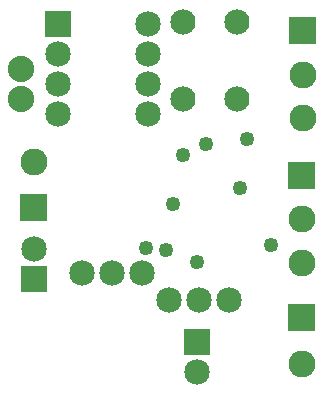
<source format=gbs>
G04 MADE WITH FRITZING*
G04 WWW.FRITZING.ORG*
G04 DOUBLE SIDED*
G04 HOLES PLATED*
G04 CONTOUR ON CENTER OF CONTOUR VECTOR*
%ASAXBY*%
%FSLAX23Y23*%
%MOIN*%
%OFA0B0*%
%SFA1.0B1.0*%
%ADD10C,0.049370*%
%ADD11C,0.085000*%
%ADD12C,0.084000*%
%ADD13C,0.090000*%
%ADD14C,0.088000*%
%ADD15R,0.085000X0.085000*%
%ADD16R,0.001000X0.001000*%
%LNMASK0*%
G90*
G70*
G54D10*
X544Y521D03*
X608Y514D03*
X961Y530D03*
X880Y883D03*
X712Y472D03*
X665Y829D03*
X632Y667D03*
X743Y866D03*
G54D11*
X250Y1268D03*
X550Y1268D03*
X250Y1168D03*
X550Y1168D03*
X250Y1068D03*
X550Y1068D03*
X250Y968D03*
X550Y968D03*
X531Y437D03*
X431Y437D03*
X331Y437D03*
X819Y348D03*
X719Y348D03*
X619Y348D03*
G54D12*
X845Y1273D03*
X845Y1017D03*
X667Y1273D03*
X667Y1017D03*
G54D13*
X1066Y1243D03*
X1066Y1098D03*
X1066Y953D03*
X1062Y761D03*
X1062Y616D03*
X1062Y471D03*
G54D11*
X714Y207D03*
X714Y107D03*
X168Y418D03*
X168Y518D03*
G54D13*
X170Y654D03*
X170Y805D03*
X1062Y286D03*
X1062Y134D03*
G54D14*
X126Y1015D03*
X126Y1115D03*
G54D10*
X856Y720D03*
G54D15*
X250Y1268D03*
X714Y207D03*
X168Y418D03*
G54D16*
X1020Y1288D02*
X1109Y1288D01*
X1020Y1287D02*
X1109Y1287D01*
X1020Y1286D02*
X1109Y1286D01*
X1020Y1285D02*
X1109Y1285D01*
X1020Y1284D02*
X1109Y1284D01*
X1020Y1283D02*
X1109Y1283D01*
X1020Y1282D02*
X1109Y1282D01*
X1020Y1281D02*
X1109Y1281D01*
X1020Y1280D02*
X1109Y1280D01*
X1020Y1279D02*
X1109Y1279D01*
X1020Y1278D02*
X1109Y1278D01*
X1020Y1277D02*
X1109Y1277D01*
X1020Y1276D02*
X1109Y1276D01*
X1020Y1275D02*
X1109Y1275D01*
X1020Y1274D02*
X1109Y1274D01*
X1020Y1273D02*
X1109Y1273D01*
X1020Y1272D02*
X1109Y1272D01*
X1020Y1271D02*
X1109Y1271D01*
X1020Y1270D02*
X1109Y1270D01*
X1020Y1269D02*
X1109Y1269D01*
X1020Y1268D02*
X1109Y1268D01*
X1020Y1267D02*
X1109Y1267D01*
X1020Y1266D02*
X1109Y1266D01*
X1020Y1265D02*
X1109Y1265D01*
X1020Y1264D02*
X1109Y1264D01*
X1020Y1263D02*
X1109Y1263D01*
X1020Y1262D02*
X1060Y1262D01*
X1069Y1262D02*
X1109Y1262D01*
X1020Y1261D02*
X1057Y1261D01*
X1073Y1261D02*
X1109Y1261D01*
X1020Y1260D02*
X1055Y1260D01*
X1075Y1260D02*
X1109Y1260D01*
X1020Y1259D02*
X1053Y1259D01*
X1076Y1259D02*
X1109Y1259D01*
X1020Y1258D02*
X1052Y1258D01*
X1077Y1258D02*
X1109Y1258D01*
X1020Y1257D02*
X1051Y1257D01*
X1078Y1257D02*
X1109Y1257D01*
X1020Y1256D02*
X1050Y1256D01*
X1079Y1256D02*
X1109Y1256D01*
X1020Y1255D02*
X1049Y1255D01*
X1080Y1255D02*
X1109Y1255D01*
X1020Y1254D02*
X1049Y1254D01*
X1081Y1254D02*
X1109Y1254D01*
X1020Y1253D02*
X1048Y1253D01*
X1081Y1253D02*
X1109Y1253D01*
X1020Y1252D02*
X1047Y1252D01*
X1082Y1252D02*
X1109Y1252D01*
X1020Y1251D02*
X1047Y1251D01*
X1082Y1251D02*
X1109Y1251D01*
X1020Y1250D02*
X1047Y1250D01*
X1083Y1250D02*
X1109Y1250D01*
X1020Y1249D02*
X1046Y1249D01*
X1083Y1249D02*
X1109Y1249D01*
X1020Y1248D02*
X1046Y1248D01*
X1083Y1248D02*
X1109Y1248D01*
X1020Y1247D02*
X1046Y1247D01*
X1084Y1247D02*
X1109Y1247D01*
X1020Y1246D02*
X1046Y1246D01*
X1084Y1246D02*
X1109Y1246D01*
X1020Y1245D02*
X1045Y1245D01*
X1084Y1245D02*
X1109Y1245D01*
X1020Y1244D02*
X1045Y1244D01*
X1084Y1244D02*
X1109Y1244D01*
X1020Y1243D02*
X1045Y1243D01*
X1084Y1243D02*
X1109Y1243D01*
X1020Y1242D02*
X1045Y1242D01*
X1084Y1242D02*
X1109Y1242D01*
X1020Y1241D02*
X1046Y1241D01*
X1084Y1241D02*
X1109Y1241D01*
X1020Y1240D02*
X1046Y1240D01*
X1084Y1240D02*
X1109Y1240D01*
X1020Y1239D02*
X1046Y1239D01*
X1083Y1239D02*
X1109Y1239D01*
X1020Y1238D02*
X1046Y1238D01*
X1083Y1238D02*
X1109Y1238D01*
X1020Y1237D02*
X1047Y1237D01*
X1083Y1237D02*
X1109Y1237D01*
X1020Y1236D02*
X1047Y1236D01*
X1082Y1236D02*
X1109Y1236D01*
X1020Y1235D02*
X1048Y1235D01*
X1082Y1235D02*
X1109Y1235D01*
X1020Y1234D02*
X1048Y1234D01*
X1081Y1234D02*
X1109Y1234D01*
X1020Y1233D02*
X1049Y1233D01*
X1080Y1233D02*
X1109Y1233D01*
X1020Y1232D02*
X1050Y1232D01*
X1080Y1232D02*
X1109Y1232D01*
X1020Y1231D02*
X1051Y1231D01*
X1079Y1231D02*
X1109Y1231D01*
X1020Y1230D02*
X1052Y1230D01*
X1078Y1230D02*
X1109Y1230D01*
X1020Y1229D02*
X1053Y1229D01*
X1077Y1229D02*
X1109Y1229D01*
X1020Y1228D02*
X1054Y1228D01*
X1075Y1228D02*
X1109Y1228D01*
X1020Y1227D02*
X1056Y1227D01*
X1073Y1227D02*
X1109Y1227D01*
X1020Y1226D02*
X1059Y1226D01*
X1071Y1226D02*
X1109Y1226D01*
X1020Y1225D02*
X1109Y1225D01*
X1020Y1224D02*
X1109Y1224D01*
X1020Y1223D02*
X1109Y1223D01*
X1020Y1222D02*
X1109Y1222D01*
X1020Y1221D02*
X1109Y1221D01*
X1020Y1220D02*
X1109Y1220D01*
X1020Y1219D02*
X1109Y1219D01*
X1020Y1218D02*
X1109Y1218D01*
X1020Y1217D02*
X1109Y1217D01*
X1020Y1216D02*
X1109Y1216D01*
X1020Y1215D02*
X1109Y1215D01*
X1020Y1214D02*
X1109Y1214D01*
X1020Y1213D02*
X1109Y1213D01*
X1020Y1212D02*
X1109Y1212D01*
X1020Y1211D02*
X1109Y1211D01*
X1020Y1210D02*
X1109Y1210D01*
X1020Y1209D02*
X1109Y1209D01*
X1020Y1208D02*
X1109Y1208D01*
X1020Y1207D02*
X1109Y1207D01*
X1020Y1206D02*
X1109Y1206D01*
X1020Y1205D02*
X1109Y1205D01*
X1020Y1204D02*
X1109Y1204D01*
X1020Y1203D02*
X1109Y1203D01*
X1020Y1202D02*
X1109Y1202D01*
X1020Y1201D02*
X1109Y1201D01*
X1020Y1200D02*
X1109Y1200D01*
X1020Y1199D02*
X1109Y1199D01*
X1017Y807D02*
X1105Y807D01*
X1017Y806D02*
X1106Y806D01*
X1017Y805D02*
X1106Y805D01*
X1017Y804D02*
X1106Y804D01*
X1017Y803D02*
X1106Y803D01*
X1017Y802D02*
X1106Y802D01*
X1017Y801D02*
X1106Y801D01*
X1017Y800D02*
X1106Y800D01*
X1017Y799D02*
X1106Y799D01*
X1017Y798D02*
X1106Y798D01*
X1017Y797D02*
X1106Y797D01*
X1017Y796D02*
X1106Y796D01*
X1017Y795D02*
X1106Y795D01*
X1017Y794D02*
X1106Y794D01*
X1017Y793D02*
X1106Y793D01*
X1017Y792D02*
X1106Y792D01*
X1017Y791D02*
X1106Y791D01*
X1017Y790D02*
X1106Y790D01*
X1017Y789D02*
X1106Y789D01*
X1017Y788D02*
X1106Y788D01*
X1017Y787D02*
X1106Y787D01*
X1017Y786D02*
X1106Y786D01*
X1017Y785D02*
X1106Y785D01*
X1017Y784D02*
X1106Y784D01*
X1017Y783D02*
X1106Y783D01*
X1017Y782D02*
X1106Y782D01*
X1017Y781D02*
X1106Y781D01*
X1017Y780D02*
X1055Y780D01*
X1067Y780D02*
X1106Y780D01*
X1017Y779D02*
X1053Y779D01*
X1070Y779D02*
X1106Y779D01*
X1017Y778D02*
X1051Y778D01*
X1072Y778D02*
X1106Y778D01*
X1017Y777D02*
X1049Y777D01*
X1073Y777D02*
X1106Y777D01*
X1017Y776D02*
X1048Y776D01*
X1074Y776D02*
X1106Y776D01*
X1017Y775D02*
X1047Y775D01*
X1075Y775D02*
X1106Y775D01*
X1017Y774D02*
X1046Y774D01*
X1076Y774D02*
X1106Y774D01*
X1017Y773D02*
X1046Y773D01*
X1077Y773D02*
X1106Y773D01*
X1017Y772D02*
X1045Y772D01*
X1077Y772D02*
X1106Y772D01*
X1017Y771D02*
X1044Y771D01*
X1078Y771D02*
X1106Y771D01*
X1017Y770D02*
X1044Y770D01*
X1079Y770D02*
X1106Y770D01*
X1017Y769D02*
X1043Y769D01*
X1079Y769D02*
X1106Y769D01*
X1017Y768D02*
X1043Y768D01*
X1079Y768D02*
X1106Y768D01*
X1017Y767D02*
X1043Y767D01*
X1080Y767D02*
X1106Y767D01*
X1017Y766D02*
X1042Y766D01*
X1080Y766D02*
X1106Y766D01*
X1017Y765D02*
X1042Y765D01*
X1080Y765D02*
X1106Y765D01*
X1017Y764D02*
X1042Y764D01*
X1080Y764D02*
X1106Y764D01*
X1017Y763D02*
X1042Y763D01*
X1080Y763D02*
X1106Y763D01*
X1017Y762D02*
X1042Y762D01*
X1081Y762D02*
X1106Y762D01*
X1017Y761D02*
X1042Y761D01*
X1080Y761D02*
X1106Y761D01*
X1017Y760D02*
X1042Y760D01*
X1080Y760D02*
X1106Y760D01*
X1017Y759D02*
X1042Y759D01*
X1080Y759D02*
X1106Y759D01*
X1017Y758D02*
X1042Y758D01*
X1080Y758D02*
X1106Y758D01*
X1017Y757D02*
X1043Y757D01*
X1080Y757D02*
X1106Y757D01*
X1017Y756D02*
X1043Y756D01*
X1079Y756D02*
X1106Y756D01*
X1017Y755D02*
X1043Y755D01*
X1079Y755D02*
X1106Y755D01*
X1017Y754D02*
X1044Y754D01*
X1079Y754D02*
X1106Y754D01*
X1017Y753D02*
X1044Y753D01*
X1078Y753D02*
X1106Y753D01*
X1017Y752D02*
X1045Y752D01*
X1077Y752D02*
X1106Y752D01*
X1017Y751D02*
X1046Y751D01*
X1077Y751D02*
X1106Y751D01*
X1017Y750D02*
X1046Y750D01*
X1076Y750D02*
X1106Y750D01*
X1017Y749D02*
X1047Y749D01*
X1075Y749D02*
X1106Y749D01*
X1017Y748D02*
X1048Y748D01*
X1074Y748D02*
X1106Y748D01*
X1017Y747D02*
X1050Y747D01*
X1073Y747D02*
X1106Y747D01*
X1017Y746D02*
X1051Y746D01*
X1071Y746D02*
X1106Y746D01*
X1017Y745D02*
X1053Y745D01*
X1070Y745D02*
X1106Y745D01*
X1017Y744D02*
X1056Y744D01*
X1067Y744D02*
X1106Y744D01*
X1017Y743D02*
X1106Y743D01*
X1017Y742D02*
X1106Y742D01*
X1017Y741D02*
X1106Y741D01*
X1017Y740D02*
X1106Y740D01*
X1017Y739D02*
X1106Y739D01*
X1017Y738D02*
X1106Y738D01*
X1017Y737D02*
X1106Y737D01*
X1017Y736D02*
X1106Y736D01*
X1017Y735D02*
X1106Y735D01*
X1017Y734D02*
X1106Y734D01*
X1017Y733D02*
X1106Y733D01*
X1017Y732D02*
X1106Y732D01*
X1017Y731D02*
X1106Y731D01*
X1017Y730D02*
X1106Y730D01*
X1017Y729D02*
X1106Y729D01*
X1017Y728D02*
X1106Y728D01*
X1017Y727D02*
X1106Y727D01*
X1017Y726D02*
X1106Y726D01*
X1017Y725D02*
X1106Y725D01*
X1017Y724D02*
X1106Y724D01*
X1017Y723D02*
X1106Y723D01*
X1017Y722D02*
X1106Y722D01*
X1017Y721D02*
X1106Y721D01*
X1017Y720D02*
X1106Y720D01*
X1017Y719D02*
X1106Y719D01*
X1017Y718D02*
X1106Y718D01*
X125Y699D02*
X214Y699D01*
X125Y698D02*
X214Y698D01*
X125Y697D02*
X214Y697D01*
X125Y696D02*
X214Y696D01*
X125Y695D02*
X214Y695D01*
X125Y694D02*
X214Y694D01*
X125Y693D02*
X214Y693D01*
X125Y692D02*
X214Y692D01*
X125Y691D02*
X214Y691D01*
X125Y690D02*
X214Y690D01*
X125Y689D02*
X214Y689D01*
X125Y688D02*
X214Y688D01*
X125Y687D02*
X214Y687D01*
X125Y686D02*
X214Y686D01*
X125Y685D02*
X214Y685D01*
X125Y684D02*
X214Y684D01*
X125Y683D02*
X214Y683D01*
X125Y682D02*
X214Y682D01*
X125Y681D02*
X214Y681D01*
X125Y680D02*
X214Y680D01*
X125Y679D02*
X214Y679D01*
X125Y678D02*
X214Y678D01*
X125Y677D02*
X214Y677D01*
X125Y676D02*
X214Y676D01*
X125Y675D02*
X214Y675D01*
X125Y674D02*
X214Y674D01*
X125Y673D02*
X166Y673D01*
X173Y673D02*
X214Y673D01*
X125Y672D02*
X162Y672D01*
X177Y672D02*
X214Y672D01*
X125Y671D02*
X161Y671D01*
X179Y671D02*
X214Y671D01*
X125Y670D02*
X159Y670D01*
X181Y670D02*
X214Y670D01*
X125Y669D02*
X158Y669D01*
X182Y669D02*
X214Y669D01*
X125Y668D02*
X156Y668D01*
X183Y668D02*
X214Y668D01*
X125Y667D02*
X156Y667D01*
X184Y667D02*
X214Y667D01*
X125Y666D02*
X155Y666D01*
X185Y666D02*
X214Y666D01*
X125Y665D02*
X154Y665D01*
X186Y665D02*
X214Y665D01*
X125Y664D02*
X153Y664D01*
X187Y664D02*
X214Y664D01*
X125Y663D02*
X153Y663D01*
X187Y663D02*
X214Y663D01*
X125Y662D02*
X152Y662D01*
X188Y662D02*
X214Y662D01*
X125Y661D02*
X152Y661D01*
X188Y661D02*
X214Y661D01*
X125Y660D02*
X152Y660D01*
X188Y660D02*
X214Y660D01*
X125Y659D02*
X151Y659D01*
X189Y659D02*
X214Y659D01*
X125Y658D02*
X151Y658D01*
X189Y658D02*
X214Y658D01*
X125Y657D02*
X151Y657D01*
X189Y657D02*
X214Y657D01*
X125Y656D02*
X151Y656D01*
X189Y656D02*
X214Y656D01*
X125Y655D02*
X151Y655D01*
X189Y655D02*
X214Y655D01*
X125Y654D02*
X151Y654D01*
X189Y654D02*
X214Y654D01*
X125Y653D02*
X151Y653D01*
X189Y653D02*
X214Y653D01*
X125Y652D02*
X151Y652D01*
X189Y652D02*
X214Y652D01*
X125Y651D02*
X151Y651D01*
X189Y651D02*
X214Y651D01*
X125Y650D02*
X151Y650D01*
X188Y650D02*
X214Y650D01*
X125Y649D02*
X152Y649D01*
X188Y649D02*
X214Y649D01*
X125Y648D02*
X152Y648D01*
X188Y648D02*
X214Y648D01*
X125Y647D02*
X152Y647D01*
X187Y647D02*
X214Y647D01*
X125Y646D02*
X153Y646D01*
X187Y646D02*
X214Y646D01*
X125Y645D02*
X153Y645D01*
X186Y645D02*
X214Y645D01*
X125Y644D02*
X154Y644D01*
X186Y644D02*
X214Y644D01*
X125Y643D02*
X155Y643D01*
X185Y643D02*
X214Y643D01*
X125Y642D02*
X156Y642D01*
X184Y642D02*
X214Y642D01*
X125Y641D02*
X157Y641D01*
X183Y641D02*
X214Y641D01*
X125Y640D02*
X158Y640D01*
X182Y640D02*
X214Y640D01*
X125Y639D02*
X159Y639D01*
X181Y639D02*
X214Y639D01*
X125Y638D02*
X161Y638D01*
X179Y638D02*
X214Y638D01*
X125Y637D02*
X164Y637D01*
X176Y637D02*
X214Y637D01*
X125Y636D02*
X214Y636D01*
X125Y635D02*
X214Y635D01*
X125Y634D02*
X214Y634D01*
X125Y633D02*
X214Y633D01*
X125Y632D02*
X214Y632D01*
X125Y631D02*
X214Y631D01*
X125Y630D02*
X214Y630D01*
X125Y629D02*
X214Y629D01*
X125Y628D02*
X214Y628D01*
X125Y627D02*
X214Y627D01*
X125Y626D02*
X214Y626D01*
X125Y625D02*
X214Y625D01*
X125Y624D02*
X214Y624D01*
X125Y623D02*
X214Y623D01*
X125Y622D02*
X214Y622D01*
X125Y621D02*
X214Y621D01*
X125Y620D02*
X214Y620D01*
X125Y619D02*
X214Y619D01*
X125Y618D02*
X214Y618D01*
X125Y617D02*
X214Y617D01*
X125Y616D02*
X214Y616D01*
X125Y615D02*
X214Y615D01*
X125Y614D02*
X214Y614D01*
X125Y613D02*
X214Y613D01*
X125Y612D02*
X214Y612D01*
X125Y611D02*
X214Y611D01*
X126Y610D02*
X214Y610D01*
X1016Y332D02*
X1105Y332D01*
X1016Y331D02*
X1105Y331D01*
X1016Y330D02*
X1105Y330D01*
X1016Y329D02*
X1105Y329D01*
X1016Y328D02*
X1105Y328D01*
X1016Y327D02*
X1105Y327D01*
X1016Y326D02*
X1105Y326D01*
X1016Y325D02*
X1105Y325D01*
X1016Y324D02*
X1105Y324D01*
X1016Y323D02*
X1105Y323D01*
X1016Y322D02*
X1105Y322D01*
X1016Y321D02*
X1105Y321D01*
X1016Y320D02*
X1105Y320D01*
X1016Y319D02*
X1105Y319D01*
X1016Y318D02*
X1105Y318D01*
X1016Y317D02*
X1105Y317D01*
X1016Y316D02*
X1105Y316D01*
X1016Y315D02*
X1105Y315D01*
X1016Y314D02*
X1105Y314D01*
X1016Y313D02*
X1105Y313D01*
X1016Y312D02*
X1105Y312D01*
X1016Y311D02*
X1105Y311D01*
X1016Y310D02*
X1105Y310D01*
X1016Y309D02*
X1105Y309D01*
X1016Y308D02*
X1105Y308D01*
X1016Y307D02*
X1105Y307D01*
X1016Y306D02*
X1058Y306D01*
X1064Y306D02*
X1105Y306D01*
X1016Y305D02*
X1054Y305D01*
X1068Y305D02*
X1105Y305D01*
X1016Y304D02*
X1052Y304D01*
X1070Y304D02*
X1105Y304D01*
X1016Y303D02*
X1050Y303D01*
X1072Y303D02*
X1105Y303D01*
X1016Y302D02*
X1049Y302D01*
X1073Y302D02*
X1105Y302D01*
X1016Y301D02*
X1048Y301D01*
X1074Y301D02*
X1105Y301D01*
X1016Y300D02*
X1047Y300D01*
X1075Y300D02*
X1105Y300D01*
X1016Y299D02*
X1046Y299D01*
X1076Y299D02*
X1105Y299D01*
X1016Y298D02*
X1045Y298D01*
X1077Y298D02*
X1105Y298D01*
X1016Y297D02*
X1044Y297D01*
X1077Y297D02*
X1105Y297D01*
X1016Y296D02*
X1044Y296D01*
X1078Y296D02*
X1105Y296D01*
X1016Y295D02*
X1043Y295D01*
X1079Y295D02*
X1105Y295D01*
X1016Y294D02*
X1043Y294D01*
X1079Y294D02*
X1105Y294D01*
X1016Y293D02*
X1043Y293D01*
X1079Y293D02*
X1105Y293D01*
X1016Y292D02*
X1042Y292D01*
X1080Y292D02*
X1105Y292D01*
X1016Y291D02*
X1042Y291D01*
X1080Y291D02*
X1105Y291D01*
X1016Y290D02*
X1042Y290D01*
X1080Y290D02*
X1105Y290D01*
X1016Y289D02*
X1042Y289D01*
X1080Y289D02*
X1105Y289D01*
X1016Y288D02*
X1042Y288D01*
X1080Y288D02*
X1105Y288D01*
X1016Y287D02*
X1042Y287D01*
X1080Y287D02*
X1105Y287D01*
X1016Y286D02*
X1042Y286D01*
X1080Y286D02*
X1105Y286D01*
X1016Y285D02*
X1042Y285D01*
X1080Y285D02*
X1105Y285D01*
X1016Y284D02*
X1042Y284D01*
X1080Y284D02*
X1105Y284D01*
X1016Y283D02*
X1042Y283D01*
X1079Y283D02*
X1105Y283D01*
X1016Y282D02*
X1043Y282D01*
X1079Y282D02*
X1105Y282D01*
X1016Y281D02*
X1043Y281D01*
X1079Y281D02*
X1105Y281D01*
X1016Y280D02*
X1043Y280D01*
X1078Y280D02*
X1105Y280D01*
X1016Y279D02*
X1044Y279D01*
X1078Y279D02*
X1105Y279D01*
X1016Y278D02*
X1044Y278D01*
X1077Y278D02*
X1105Y278D01*
X1016Y277D02*
X1045Y277D01*
X1077Y277D02*
X1105Y277D01*
X1016Y276D02*
X1046Y276D01*
X1076Y276D02*
X1105Y276D01*
X1016Y275D02*
X1047Y275D01*
X1075Y275D02*
X1105Y275D01*
X1016Y274D02*
X1048Y274D01*
X1074Y274D02*
X1105Y274D01*
X1016Y273D02*
X1049Y273D01*
X1073Y273D02*
X1105Y273D01*
X1016Y272D02*
X1050Y272D01*
X1072Y272D02*
X1105Y272D01*
X1016Y271D02*
X1052Y271D01*
X1070Y271D02*
X1105Y271D01*
X1016Y270D02*
X1054Y270D01*
X1067Y270D02*
X1105Y270D01*
X1016Y269D02*
X1105Y269D01*
X1016Y268D02*
X1105Y268D01*
X1016Y267D02*
X1105Y267D01*
X1016Y266D02*
X1105Y266D01*
X1016Y265D02*
X1105Y265D01*
X1016Y264D02*
X1105Y264D01*
X1016Y263D02*
X1105Y263D01*
X1016Y262D02*
X1105Y262D01*
X1016Y261D02*
X1105Y261D01*
X1016Y260D02*
X1105Y260D01*
X1016Y259D02*
X1105Y259D01*
X1016Y258D02*
X1105Y258D01*
X1016Y257D02*
X1105Y257D01*
X1016Y256D02*
X1105Y256D01*
X1016Y255D02*
X1105Y255D01*
X1016Y254D02*
X1105Y254D01*
X1016Y253D02*
X1105Y253D01*
X1016Y252D02*
X1105Y252D01*
X1016Y251D02*
X1105Y251D01*
X1016Y250D02*
X1105Y250D01*
X1016Y249D02*
X1105Y249D01*
X1016Y248D02*
X1105Y248D01*
X1016Y247D02*
X1105Y247D01*
X1016Y246D02*
X1105Y246D01*
X1016Y245D02*
X1105Y245D01*
X1016Y244D02*
X1105Y244D01*
X1016Y243D02*
X1105Y243D01*
D02*
G04 End of Mask0*
M02*
</source>
